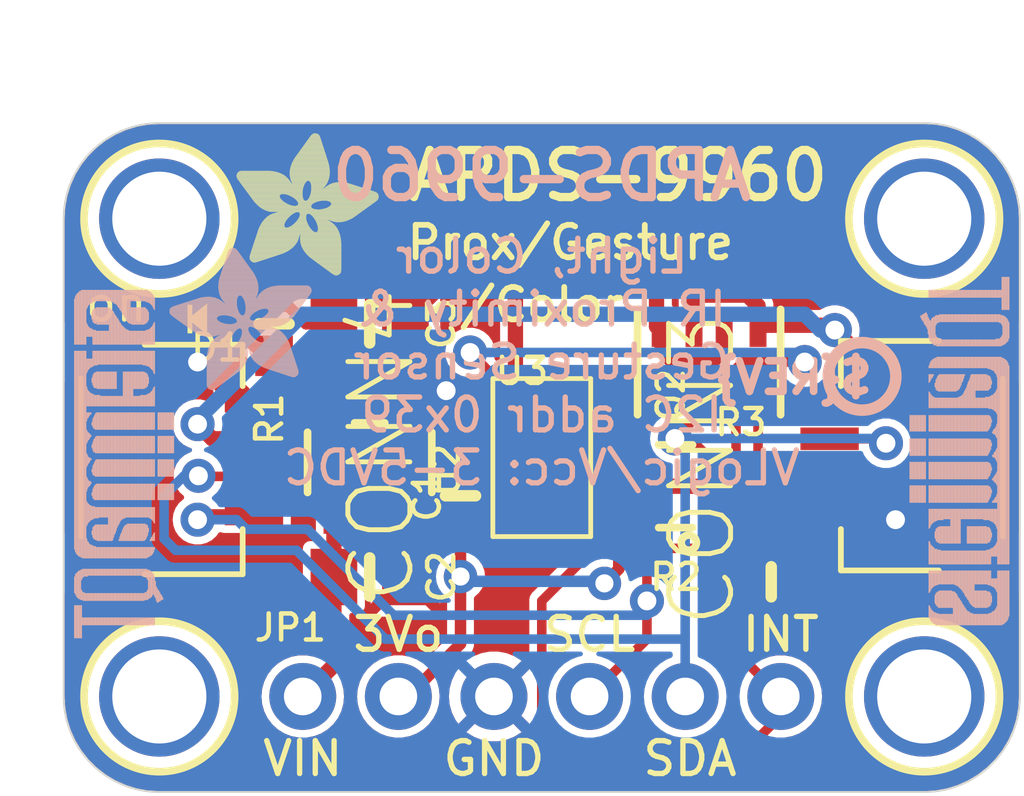
<source format=kicad_pcb>
(kicad_pcb (version 20221018) (generator pcbnew)
  (layers (0 "F.Cu" signal) (31 "B.Cu" signal) (34 "B.Paste" user) (35 "F.Paste" user) (36 "B.SilkS" user "B.Silkscreen") (37 "F.SilkS" user "F.Silkscreen") (38 "B.Mask" user) (39 "F.Mask" user) (44 "Edge.Cuts" user))
  (net 0 "")
  (net 1 "GND")
  (net 2 "SDA")
  (net 3 "SCL")
  (net 4 "SCL_3V")
  (net 5 "SDA_3V")
  (net 6 "3.3V")
  (net 7 "INT")
  (net 8 "VCC")
  (net 9 "N$1")
  (net 10 "N$2")
  (footprint "working:SOT23-5" (layer "F.Cu") (at 143.9291 105.1306)
    (fp_text reference "U2" (at 2.032 -0.562 90) (layer "F.SilkS") (effects (font (size 0.692831 0.692831) (thickness 0.119969)) (justify right)))
    (fp_text value "AP2112K-3.3")
    (pad "1" smd rect (at -0.95 1.3001) (size 0.55 1.2) (layers "F.Cu" "F.Paste" "F.Mask") (net 8 "VCC"))
    (pad "2" smd rect (at 0 1.3001) (size 0.55 1.2) (layers "F.Cu" "F.Paste" "F.Mask") (net 1 "GND"))
    (pad "3" smd rect (at 0.95 1.3001) (size 0.55 1.2) (layers "F.Cu" "F.Paste" "F.Mask") (net 8 "VCC"))
    (pad "4" smd rect (at 0.95 -1.3001) (size 0.55 1.2) (layers "F.Cu" "F.Paste" "F.Mask"))
    (pad "5" smd rect (at -0.95 -1.3001) (size 0.55 1.2) (layers "F.Cu" "F.Paste" "F.Mask") (net 6 "3.3V"))
  )
  (footprint "working:MOUNTINGHOLE_2.5_PLATED" (layer "F.Cu") (at 138.3411 111.3536)
    (fp_text reference "U$19" hide)
    (fp_text value "MOUNTINGHOLE2.5" hide)
    (pad "P$1" thru_hole circle (at 0 0) (size 3.2 3.2) (drill 2.5) (layers "*.Cu" "*.Mask"))
    (zone (net 0) (net_name "") (layer "F.Cu") (connect_pads (clearance 0)) (min_thickness 0.25)
      (keepout (tracks not_allowed) (vias not_allowed) (pads not_allowed) (copperpour not_allowed) (footprints allowed))
      (fill (thermal_gap 0.5) (thermal_bridge_width 0.5))
      (polygon (pts (xy 140.3571 111.3536) (xy 140.33748 111.073027) (xy 140.279004 110.797915) (xy 140.182808 110.533619) (xy 140.050765 110.285283) (xy 139.885446 110.05774) (xy 139.690067 109.85542) (xy 139.468433 109.68226) (xy 139.224856 109.541631) (xy 138.964078 109.43627) (xy 138.691175 109.368228) (xy 138.411457 109.338828) (xy 138.130371 109.348644) (xy 137.853385 109.397484) (xy 137.585893 109.484397) (xy 137.3331 109.607693) (xy 137.099926 109.76497) (xy 136.890911 109.953169) (xy 136.710122 110.168625) (xy 136.561078 110.407145) (xy 136.44668 110.664087) (xy 136.369154 110.93445) (xy 136.330011 111.212971) (xy 136.330011 111.494229) (xy 136.369154 111.77275) (xy 136.44668 112.043113) (xy 136.561078 112.300055) (xy 136.710122 112.538575) (xy 136.890911 112.754031) (xy 137.099926 112.94223) (xy 137.3331 113.099507) (xy 137.585893 113.222803) (xy 137.853385 113.309716) (xy 138.130371 113.358556) (xy 138.411457 113.368372) (xy 138.691175 113.338972) (xy 138.964078 113.27093) (xy 139.224856 113.165569) (xy 139.468433 113.02494) (xy 139.690067 112.85178) (xy 139.885446 112.64946) (xy 140.050765 112.421917) (xy 140.182808 112.173581) (xy 140.279004 111.909285) (xy 140.33748 111.634173)))
      (polygon (pts (xy 138.3251 111.3536) (xy 138.329786 111.364914) (xy 138.3411 111.3696) (xy 138.352414 111.364914) (xy 138.3571 111.3536) (xy 138.352414 111.342286) (xy 138.3411 111.3376) (xy 138.329786 111.342286)))
    )
    (zone (net 0) (net_name "") (layer "B.Cu") (connect_pads (clearance 0)) (min_thickness 0.25)
      (keepout (tracks not_allowed) (vias not_allowed) (pads not_allowed) (copperpour not_allowed) (footprints allowed))
      (fill (thermal_gap 0.5) (thermal_bridge_width 0.5))
      (polygon (pts (xy 140.3571 111.3536) (xy 140.33748 111.073027) (xy 140.279004 110.797915) (xy 140.182808 110.533619) (xy 140.050765 110.285283) (xy 139.885446 110.05774) (xy 139.690067 109.85542) (xy 139.468433 109.68226) (xy 139.224856 109.541631) (xy 138.964078 109.43627) (xy 138.691175 109.368228) (xy 138.411457 109.338828) (xy 138.130371 109.348644) (xy 137.853385 109.397484) (xy 137.585893 109.484397) (xy 137.3331 109.607693) (xy 137.099926 109.76497) (xy 136.890911 109.953169) (xy 136.710122 110.168625) (xy 136.561078 110.407145) (xy 136.44668 110.664087) (xy 136.369154 110.93445) (xy 136.330011 111.212971) (xy 136.330011 111.494229) (xy 136.369154 111.77275) (xy 136.44668 112.043113) (xy 136.561078 112.300055) (xy 136.710122 112.538575) (xy 136.890911 112.754031) (xy 137.099926 112.94223) (xy 137.3331 113.099507) (xy 137.585893 113.222803) (xy 137.853385 113.309716) (xy 138.130371 113.358556) (xy 138.411457 113.368372) (xy 138.691175 113.338972) (xy 138.964078 113.27093) (xy 139.224856 113.165569) (xy 139.468433 113.02494) (xy 139.690067 112.85178) (xy 139.885446 112.64946) (xy 140.050765 112.421917) (xy 140.182808 112.173581) (xy 140.279004 111.909285) (xy 140.33748 111.634173)))
      (polygon (pts (xy 138.3251 111.3536) (xy 138.329786 111.364914) (xy 138.3411 111.3696) (xy 138.352414 111.364914) (xy 138.3571 111.3536) (xy 138.352414 111.342286) (xy 138.3411 111.3376) (xy 138.329786 111.342286)))
    )
  )
  (footprint "working:0805-NO" (layer "F.Cu") (at 143.9291 101.4476)
    (fp_text reference "C3" (at 1.905 -0.762 90) (layer "F.SilkS") (effects (font (size 0.692831 0.692831) (thickness 0.119969)) (justify right)))
    (fp_text value "10uF")
    (pad "1" smd rect (at -0.95 0) (size 1.24 1.5) (layers "F.Cu" "F.Paste" "F.Mask") (net 6 "3.3V"))
    (pad "2" smd rect (at 0.95 0) (size 1.24 1.5) (layers "F.Cu" "F.Paste" "F.Mask") (net 1 "GND"))
  )
  (footprint "working:0603-NO" (layer "F.Cu") (at 141.3891 101.4476 -90)
    (fp_text reference "R1" (at 1.778 0.127 90) (layer "F.SilkS") (effects (font (size 0.692831 0.692831) (thickness 0.119969)) (justify right)))
    (fp_text value "10K")
    (pad "1" smd rect (at -0.85 0 270) (size 1.075 1) (layers "F.Cu" "F.Paste" "F.Mask") (net 6 "3.3V"))
    (pad "2" smd rect (at 0.85 0 270) (size 1.075 1) (layers "F.Cu" "F.Paste" "F.Mask") (net 9 "N$1"))
  )
  (footprint "working:APDS-9960" (layer "F.Cu") (at 148.5011 105.0036)
    (fp_text reference "U3" (at -1.3 -2.3) (layer "F.SilkS") (effects (font (size 0.692831 0.692831) (thickness 0.119969)) (justify left)))
    (fp_text value "APDS-9960")
    (pad "1" smd rect (at 0.7 -1.505) (size 0.6 0.72) (layers "F.Cu" "F.Paste" "F.Mask") (net 5 "SDA_3V"))
    (pad "2" smd rect (at 0.7 -0.505) (size 0.6 0.72) (layers "F.Cu" "F.Paste" "F.Mask") (net 7 "INT"))
    (pad "3" smd rect (at 0.7 0.495) (size 0.6 0.72) (layers "F.Cu" "F.Paste" "F.Mask") (net 10 "N$2"))
    (pad "4" smd rect (at 0.7 1.495) (size 0.6 0.72) (layers "F.Cu" "F.Paste" "F.Mask") (net 10 "N$2"))
    (pad "5" smd rect (at -0.7 1.495) (size 0.6 0.72) (layers "F.Cu" "F.Paste" "F.Mask") (net 6 "3.3V"))
    (pad "6" smd rect (at -0.7 0.495) (size 0.6 0.72) (layers "F.Cu" "F.Paste" "F.Mask") (net 1 "GND"))
    (pad "7" smd rect (at -0.7 -0.505) (size 0.6 0.72) (layers "F.Cu" "F.Paste" "F.Mask") (net 4 "SCL_3V"))
    (pad "8" smd rect (at -0.7 -1.505) (size 0.6 0.72) (layers "F.Cu" "F.Paste" "F.Mask") (net 6 "3.3V"))
  )
  (footprint "working:MOUNTINGHOLE_2.5_PLATED" (layer "F.Cu") (at 158.6611 98.6536)
    (fp_text reference "U$17" hide)
    (fp_text value "MOUNTINGHOLE2.5" hide)
    (pad "P$1" thru_hole circle (at 0 0) (size 3.2 3.2) (drill 2.5) (layers "*.Cu" "*.Mask"))
    (zone (net 0) (net_name "") (layer "F.Cu") (connect_pads (clearance 0)) (min_thickness 0.25)
      (keepout (tracks not_allowed) (vias not_allowed) (pads not_allowed) (copperpour not_allowed) (footprints allowed))
      (fill (thermal_gap 0.5) (thermal_bridge_width 0.5))
      (polygon (pts (xy 160.6771 98.6536) (xy 160.65748 98.373027) (xy 160.599004 98.097915) (xy 160.502808 97.833619) (xy 160.370765 97.585283) (xy 160.205446 97.35774) (xy 160.010067 97.15542) (xy 159.788433 96.98226) (xy 159.544856 96.841631) (xy 159.284078 96.73627) (xy 159.011175 96.668228) (xy 158.731457 96.638828) (xy 158.450371 96.648644) (xy 158.173385 96.697484) (xy 157.905893 96.784397) (xy 157.6531 96.907693) (xy 157.419926 97.06497) (xy 157.210911 97.253169) (xy 157.030122 97.468625) (xy 156.881078 97.707145) (xy 156.76668 97.964087) (xy 156.689154 98.23445) (xy 156.650011 98.512971) (xy 156.650011 98.794229) (xy 156.689154 99.07275) (xy 156.76668 99.343113) (xy 156.881078 99.600055) (xy 157.030122 99.838575) (xy 157.210911 100.054031) (xy 157.419926 100.24223) (xy 157.6531 100.399507) (xy 157.905893 100.522803) (xy 158.173385 100.609716) (xy 158.450371 100.658556) (xy 158.731457 100.668372) (xy 159.011175 100.638972) (xy 159.284078 100.57093) (xy 159.544856 100.465569) (xy 159.788433 100.32494) (xy 160.010067 100.15178) (xy 160.205446 99.94946) (xy 160.370765 99.721917) (xy 160.502808 99.473581) (xy 160.599004 99.209285) (xy 160.65748 98.934173)))
      (polygon (pts (xy 158.6451 98.6536) (xy 158.649786 98.664914) (xy 158.6611 98.6696) (xy 158.672414 98.664914) (xy 158.6771 98.6536) (xy 158.672414 98.642286) (xy 158.6611 98.6376) (xy 158.649786 98.642286)))
    )
    (zone (net 0) (net_name "") (layer "B.Cu") (connect_pads (clearance 0)) (min_thickness 0.25)
      (keepout (tracks not_allowed) (vias not_allowed) (pads not_allowed) (copperpour not_allowed) (footprints allowed))
      (fill (thermal_gap 0.5) (thermal_bridge_width 0.5))
      (polygon (pts (xy 160.6771 98.6536) (xy 160.65748 98.373027) (xy 160.599004 98.097915) (xy 160.502808 97.833619) (xy 160.370765 97.585283) (xy 160.205446 97.35774) (xy 160.010067 97.15542) (xy 159.788433 96.98226) (xy 159.544856 96.841631) (xy 159.284078 96.73627) (xy 159.011175 96.668228) (xy 158.731457 96.638828) (xy 158.450371 96.648644) (xy 158.173385 96.697484) (xy 157.905893 96.784397) (xy 157.6531 96.907693) (xy 157.419926 97.06497) (xy 157.210911 97.253169) (xy 157.030122 97.468625) (xy 156.881078 97.707145) (xy 156.76668 97.964087) (xy 156.689154 98.23445) (xy 156.650011 98.512971) (xy 156.650011 98.794229) (xy 156.689154 99.07275) (xy 156.76668 99.343113) (xy 156.881078 99.600055) (xy 157.030122 99.838575) (xy 157.210911 100.054031) (xy 157.419926 100.24223) (xy 157.6531 100.399507) (xy 157.905893 100.522803) (xy 158.173385 100.609716) (xy 158.450371 100.658556) (xy 158.731457 100.668372) (xy 159.011175 100.638972) (xy 159.284078 100.57093) (xy 159.544856 100.465569) (xy 159.788433 100.32494) (xy 160.010067 100.15178) (xy 160.205446 99.94946) (xy 160.370765 99.721917) (xy 160.502808 99.473581) (xy 160.599004 99.209285) (xy 160.65748 98.934173)))
      (polygon (pts (xy 158.6451 98.6536) (xy 158.649786 98.664914) (xy 158.6611 98.6696) (xy 158.672414 98.664914) (xy 158.6771 98.6536) (xy 158.672414 98.642286) (xy 158.6611 98.6376) (xy 158.649786 98.642286)))
    )
  )
  (footprint "working:CHIPLED_0603_NOOUTLINE" (layer "F.Cu") (at 139.3571 101.3206 90)
    (fp_text reference "D1" (at -0.762 1.27) (layer "F.SilkS") (effects (font (size 0.692831 0.692831) (thickness 0.119969)) (justify right)))
    (fp_text value "GREEN")
    (pad "A" smd rect (at 0 0.75 90) (size 0.8 0.8) (layers "F.Cu" "F.Paste" "F.Mask") (net 9 "N$1"))
    (pad "C" smd rect (at 0 -0.75 90) (size 0.8 0.8) (layers "F.Cu" "F.Paste" "F.Mask") (net 1 "GND"))
  )
  (footprint "working:0603-NO" (layer "F.Cu") (at 154.5971 108.3056 180)
    (fp_text reference "R2" (at 1.778 0.127) (layer "F.SilkS") (effects (font (size 0.692831 0.692831) (thickness 0.119969)) (justify right)))
    (fp_text value "10K")
    (pad "1" smd rect (at -0.85 0 180) (size 1.075 1) (layers "F.Cu" "F.Paste" "F.Mask") (net 8 "VCC"))
    (pad "2" smd rect (at 0.85 0 180) (size 1.075 1) (layers "F.Cu" "F.Paste" "F.Mask") (net 7 "INT"))
  )
  (footprint "working:ADAFRUIT_3.5MM" (layer "F.Cu") (at 140.3731 100.1776)
    (fp_text reference "U$22" hide)
    (fp_text value "" hide)
  )
  (footprint "working:FIDUCIAL_1MM" (layer "F.Cu") (at 155.3591 99.9236)
    (fp_text reference "FID4" hide)
    (fp_text value "FIDUCIAL_1MM" hide)
    (pad "1" smd roundrect (at 0 0) (size 1 1) (layers "F.Cu" "F.Mask") (roundrect_rratio 0.5))
  )
  (footprint "working:JST_SH4" (layer "F.Cu") (at 138.3411 105.0036 -90)
    (fp_text reference "CONN4" (at -4.6 -5.9 90) (layer "F.SilkS") (effects (font (size 1.647139 1.647139) (thickness 0.130861)) (justify right)))
    (fp_text value "STEMMA_I2C_QT" hide)
    (pad "1" smd rect (at -1.5 -2.514) (size 1.55 0.6) (layers "F.Cu" "F.Paste" "F.Mask") (net 1 "GND"))
    (pad "2" smd rect (at -0.5 -2.514) (size 1.55 0.6) (layers "F.Cu" "F.Paste" "F.Mask") (net 8 "VCC"))
    (pad "3" smd rect (at 0.5 -2.514) (size 1.55 0.6) (layers "F.Cu" "F.Paste" "F.Mask") (net 2 "SDA"))
    (pad "4" smd rect (at 1.5 -2.514) (size 1.55 0.6) (layers "F.Cu" "F.Paste" "F.Mask") (net 3 "SCL"))
    (pad "MT1" smd rect (at -2.8 1.386) (size 1.8 1.2) (layers "F.Cu" "F.Paste" "F.Mask"))
    (pad "MT2" smd rect (at 2.8 1.386) (size 1.8 1.2) (layers "F.Cu" "F.Paste" "F.Mask"))
  )
  (footprint "working:MOUNTINGHOLE_2.5_PLATED" (layer "F.Cu") (at 138.3411 98.6536)
    (fp_text reference "U$1" hide)
    (fp_text value "MOUNTINGHOLE2.5" hide)
    (pad "P$1" thru_hole circle (at 0 0) (size 3.2 3.2) (drill 2.5) (layers "*.Cu" "*.Mask"))
    (zone (net 0) (net_name "") (layer "F.Cu") (connect_pads (clearance 0)) (min_thickness 0.25)
      (keepout (tracks not_allowed) (vias not_allowed) (pads not_allowed) (copperpour not_allowed) (footprints allowed))
      (fill (thermal_gap 0.5) (thermal_bridge_width 0.5))
      (polygon (pts (xy 140.3571 98.6536) (xy 140.33748 98.373027) (xy 140.279004 98.097915) (xy 140.182808 97.833619) (xy 140.050765 97.585283) (xy 139.885446 97.35774) (xy 139.690067 97.15542) (xy 139.468433 96.98226) (xy 139.224856 96.841631) (xy 138.964078 96.73627) (xy 138.691175 96.668228) (xy 138.411457 96.638828) (xy 138.130371 96.648644) (xy 137.853385 96.697484) (xy 137.585893 96.784397) (xy 137.3331 96.907693) (xy 137.099926 97.06497) (xy 136.890911 97.253169) (xy 136.710122 97.468625) (xy 136.561078 97.707145) (xy 136.44668 97.964087) (xy 136.369154 98.23445) (xy 136.330011 98.512971) (xy 136.330011 98.794229) (xy 136.369154 99.07275) (xy 136.44668 99.343113) (xy 136.561078 99.600055) (xy 136.710122 99.838575) (xy 136.890911 100.054031) (xy 137.099926 100.24223) (xy 137.3331 100.399507) (xy 137.585893 100.522803) (xy 137.853385 100.609716) (xy 138.130371 100.658556) (xy 138.411457 100.668372) (xy 138.691175 100.638972) (xy 138.964078 100.57093) (xy 139.224856 100.465569) (xy 139.468433 100.32494) (xy 139.690067 100.15178) (xy 139.885446 99.94946) (xy 140.050765 99.721917) (xy 140.182808 99.473581) (xy 140.279004 99.209285) (xy 140.33748 98.934173)))
      (polygon (pts (xy 138.3251 98.6536) (xy 138.329786 98.664914) (xy 138.3411 98.6696) (xy 138.352414 98.664914) (xy 138.3571 98.6536) (xy 138.352414 98.642286) (xy 138.3411 98.6376) (xy 138.329786 98.642286)))
    )
    (zone (net 0) (net_name "") (layer "B.Cu") (connect_pads (clearance 0)) (min_thickness 0.25)
      (keepout (tracks not_allowed) (vias not_allowed) (pads not_allowed) (copperpour not_allowed) (footprints allowed))
      (fill (thermal_gap 0.5) (thermal_bridge_width 0.5))
      (polygon (pts (xy 140.3571 98.6536) (xy 140.33748 98.373027) (xy 140.279004 98.097915) (xy 140.182808 97.833619) (xy 140.050765 97.585283) (xy 139.885446 97.35774) (xy 139.690067 97.15542) (xy 139.468433 96.98226) (xy 139.224856 96.841631) (xy 138.964078 96.73627) (xy 138.691175 96.668228) (xy 138.411457 96.638828) (xy 138.130371 96.648644) (xy 137.853385 96.697484) (xy 137.585893 96.784397) (xy 137.3331 96.907693) (xy 137.099926 97.06497) (xy 136.890911 97.253169) (xy 136.710122 97.468625) (xy 136.561078 97.707145) (xy 136.44668 97.964087) (xy 136.369154 98.23445) (xy 136.330011 98.512971) (xy 136.330011 98.794229) (xy 136.369154 99.07275) (xy 136.44668 99.343113) (xy 136.561078 99.600055) (xy 136.710122 99.838575) (xy 136.890911 100.054031) (xy 137.099926 100.24223) (xy 137.3331 100.399507) (xy 137.585893 100.522803) (xy 137.853385 100.609716) (xy 138.130371 100.658556) (xy 138.411457 100.668372) (xy 138.691175 100.638972) (xy 138.964078 100.57093) (xy 139.224856 100.465569) (xy 139.468433 100.32494) (xy 139.690067 100.15178) (xy 139.885446 99.94946) (xy 140.050765 99.721917) (xy 140.182808 99.473581) (xy 140.279004 99.209285) (xy 140.33748 98.934173)))
      (polygon (pts (xy 138.3251 98.6536) (xy 138.329786 98.664914) (xy 138.3411 98.6696) (xy 138.352414 98.664914) (xy 138.3571 98.6536) (xy 138.352414 98.642286) (xy 138.3411 98.6376) (xy 138.329786 98.642286)))
    )
  )
  (footprint "working:1X06_ROUND_70" (layer "F.Cu") (at 148.5011 111.3536)
    (fp_text reference "JP1" (at -7.6962 -1.8288) (layer "F.SilkS") (effects (font (size 0.692831 0.692831) (thickness 0.119969)) (justify left)))
    (fp_text value "")
    (pad "1" thru_hole circle (at -6.35 0 90) (size 1.778 1.778) (drill 1) (layers "*.Cu" "*.Mask") (net 8 "VCC"))
    (pad "2" thru_hole circle (at -3.81 0 90) (size 1.778 1.778) (drill 1) (layers "*.Cu" "*.Mask") (net 6 "3.3V"))
    (pad "3" thru_hole circle (at -1.27 0 90) (size 1.778 1.778) (drill 1) (layers "*.Cu" "*.Mask") (net 1 "GND"))
    (pad "4" thru_hole circle (at 1.27 0 90) (size 1.778 1.778) (drill 1) (layers "*.Cu" "*.Mask") (net 3 "SCL"))
    (pad "5" thru_hole circle (at 3.81 0 90) (size 1.778 1.778) (drill 1) (layers "*.Cu" "*.Mask") (net 2 "SDA"))
    (pad "6" thru_hole circle (at 6.35 0 90) (size 1.778 1.778) (drill 1) (layers "*.Cu" "*.Mask") (net 7 "INT"))
  )
  (footprint "working:SOT363" (layer "F.Cu") (at 152.0571 105.7656 90)
    (fp_text reference "Q2" (at 1.651 -0.127 90) (layer "F.SilkS") (effects (font (size 0.692831 0.692831) (thickness 0.119969)) (justify left)))
    (fp_text value "BSS138")
    (pad "1" smd rect (at -0.75 0.9 90) (size 0.5 0.5) (layers "F.Cu" "F.Paste" "F.Mask") (net 4 "SCL_3V"))
    (pad "2" smd rect (at 0 0.9 90) (size 0.4 0.5) (layers "F.Cu" "F.Paste" "F.Mask") (net 6 "3.3V"))
    (pad "3" smd rect (at 0.75 0.9 90) (size 0.5 0.5) (layers "F.Cu" "F.Paste" "F.Mask") (net 2 "SDA"))
    (pad "4" smd rect (at 0.75 -0.9 90) (size 0.5 0.5) (layers "F.Cu" "F.Paste" "F.Mask") (net 5 "SDA_3V"))
    (pad "5" smd rect (at 0 -0.9 90) (size 0.4 0.5) (layers "F.Cu" "F.Paste" "F.Mask") (net 6 "3.3V"))
    (pad "6" smd rect (at -0.75 -0.9 90) (size 0.5 0.5) (layers "F.Cu" "F.Paste" "F.Mask") (net 3 "SCL"))
  )
  (footprint "working:JST_SH4" (layer "F.Cu") (at 158.6611 105.0036 90)
    (fp_text reference "CONN3" (at -4.6 -5.9 90) (layer "F.SilkS") (effects (font (size 1.647139 1.647139) (thickness 0.130861)) (justify left)))
    (fp_text value "STEMMA_I2C_QT" hide)
    (pad "1" smd rect (at -1.5 -2.514 180) (size 1.55 0.6) (layers "F.Cu" "F.Paste" "F.Mask") (net 1 "GND"))
    (pad "2" smd rect (at -0.5 -2.514 180) (size 1.55 0.6) (layers "F.Cu" "F.Paste" "F.Mask") (net 8 "VCC"))
    (pad "3" smd rect (at 0.5 -2.514 180) (size 1.55 0.6) (layers "F.Cu" "F.Paste" "F.Mask") (net 2 "SDA"))
    (pad "4" smd rect (at 1.5 -2.514 180) (size 1.55 0.6) (layers "F.Cu" "F.Paste" "F.Mask") (net 3 "SCL"))
    (pad "MT1" smd rect (at -2.8 1.386 180) (size 1.8 1.2) (layers "F.Cu" "F.Paste" "F.Mask"))
    (pad "MT2" smd rect (at 2.8 1.386 180) (size 1.8 1.2) (layers "F.Cu" "F.Paste" "F.Mask"))
  )
  (footprint "working:0805-NO" (layer "F.Cu") (at 143.9291 108.1786)
    (fp_text reference "C2" (at 1.905 -0.762 90) (layer "F.SilkS") (effects (font (size 0.692831 0.692831) (thickness 0.119969)) (justify right)))
    (fp_text value "10uF")
    (pad "1" smd rect (at -0.95 0) (size 1.24 1.5) (layers "F.Cu" "F.Paste" "F.Mask") (net 8 "VCC"))
    (pad "2" smd rect (at 0.95 0) (size 1.24 1.5) (layers "F.Cu" "F.Paste" "F.Mask") (net 1 "GND"))
  )
  (footprint "working:RESPACK_4X0603" (layer "F.Cu") (at 152.9461 102.4636 180)
    (fp_text reference "R3" (at -1.6 -1.6) (layer "F.SilkS") (effects (font (size 0.692831 0.692831) (thickness 0.119969)) (justify right)))
    (fp_text value "10K")
    (pad "1" smd rect (at -1.3 0.85 180) (size 0.45 0.9) (layers "F.Cu" "F.Paste" "F.Mask") (net 8 "VCC"))
    (pad "2" smd rect (at -0.4 0.85 180) (size 0.45 0.9) (layers "F.Cu" "F.Paste" "F.Mask") (net 6 "3.3V"))
    (pad "3" smd rect (at 0.4 0.85 180) (size 0.45 0.9) (layers "F.Cu" "F.Paste" "F.Mask") (net 8 "VCC"))
    (pad "4" smd rect (at 1.3 0.85 180) (size 0.45 0.9) (layers "F.Cu" "F.Paste" "F.Mask") (net 6 "3.3V"))
    (pad "5" smd rect (at 1.3 -0.85 180) (size 0.45 0.9) (layers "F.Cu" "F.Paste" "F.Mask") (net 5 "SDA_3V"))
    (pad "6" smd rect (at 0.4 -0.85 180) (size 0.45 0.9) (layers "F.Cu" "F.Paste" "F.Mask") (net 2 "SDA"))
    (pad "7" smd rect (at -0.4 -0.85 180) (size 0.45 0.9) (layers "F.Cu" "F.Paste" "F.Mask") (net 4 "SCL_3V"))
    (pad "8" smd rect (at -1.3 -0.85 180) (size 0.45 0.9) (layers "F.Cu" "F.Paste" "F.Mask") (net 3 "SCL"))
  )
  (footprint "working:0603-NO" (layer "F.Cu") (at 146.3421 106.0196 90)
    (fp_text reference "C1" (at -0.762 -0.889 90) (layer "F.SilkS") (effects (font (size 0.692831 0.692831) (thickness 0.119969)) (justify left)))
    (fp_text value "0.1uF")
    (pad "1" smd rect (at -0.85 0 90) (size 1.075 1) (layers "F.Cu" "F.Paste" "F.Mask") (net 6 "3.3V"))
    (pad "2" smd rect (at 0.85 0 90) (size 1.075 1) (layers "F.Cu" "F.Paste" "F.Mask") (net 1 "GND"))
  )
  (footprint "working:MOUNTINGHOLE_2.5_PLATED" (layer "F.Cu") (at 158.6611 111.3536)
    (fp_text reference "U$21" hide)
    (fp_text value "MOUNTINGHOLE2.5" hide)
    (pad "P$1" thru_hole circle (at 0 0) (size 3.2 3.2) (drill 2.5) (layers "*.Cu" "*.Mask"))
    (zone (net 0) (net_name "") (layer "F.Cu") (connect_pads (clearance 0)) (min_thickness 0.25)
      (keepout (tracks not_allowed) (vias not_allowed) (pads not_allowed) (copperpour not_allowed) (footprints allowed))
      (fill (thermal_gap 0.5) (thermal_bridge_width 0.5))
      (polygon (pts (xy 160.6771 111.3536) (xy 160.65748 111.073027) (xy 160.599004 110.797915) (xy 160.502808 110.533619) (xy 160.370765 110.285283) (xy 160.205446 110.05774) (xy 160.010067 109.85542) (xy 159.788433 109.68226) (xy 159.544856 109.541631) (xy 159.284078 109.43627) (xy 159.011175 109.368228) (xy 158.731457 109.338828) (xy 158.450371 109.348644) (xy 158.173385 109.397484) (xy 157.905893 109.484397) (xy 157.6531 109.607693) (xy 157.419926 109.76497) (xy 157.210911 109.953169) (xy 157.030122 110.168625) (xy 156.881078 110.407145) (xy 156.76668 110.664087) (xy 156.689154 110.93445) (xy 156.650011 111.212971) (xy 156.650011 111.494229) (xy 156.689154 111.77275) (xy 156.76668 112.043113) (xy 156.881078 112.300055) (xy 157.030122 112.538575) (xy 157.210911 112.754031) (xy 157.419926 112.94223) (xy 157.6531 113.099507) (xy 157.905893 113.222803) (xy 158.173385 113.309716) (xy 158.450371 113.358556) (xy 158.731457 113.368372) (xy 159.011175 113.338972) (xy 159.284078 113.27093) (xy 159.544856 113.165569) (xy 159.788433 113.02494) (xy 160.010067 112.85178) (xy 160.205446 112.64946) (xy 160.370765 112.421917) (xy 160.502808 112.173581) (xy 160.599004 111.909285) (xy 160.65748 111.634173)))
      (polygon (pts (xy 158.6451 111.3536) (xy 158.649786 111.364914) (xy 158.6611 111.3696) (xy 158.672414 111.364914) (xy 158.6771 111.3536) (xy 158.672414 111.342286) (xy 158.6611 111.3376) (xy 158.649786 111.342286)))
    )
    (zone (net 0) (net_name "") (layer "B.Cu") (connect_pads (clearance 0)) (min_thickness 0.25)
      (keepout (tracks not_allowed) (vias not_allowed) (pads not_allowed) (copperpour not_allowed) (footprints allowed))
      (fill (thermal_gap 0.5) (thermal_bridge_width 0.5))
      (polygon (pts (xy 160.6771 111.3536) (xy 160.65748 111.073027) (xy 160.599004 110.797915) (xy 160.502808 110.533619) (xy 160.370765 110.285283) (xy 160.205446 110.05774) (xy 160.010067 109.85542) (xy 159.788433 109.68226) (xy 159.544856 109.541631) (xy 159.284078 109.43627) (xy 159.011175 109.368228) (xy 158.731457 109.338828) (xy 158.450371 109.348644) (xy 158.173385 109.397484) (xy 157.905893 109.484397) (xy 157.6531 109.607693) (xy 157.419926 109.76497) (xy 157.210911 109.953169) (xy 157.030122 110.168625) (xy 156.881078 110.407145) (xy 156.76668 110.664087) (xy 156.689154 110.93445) (xy 156.650011 111.212971) (xy 156.650011 111.494229) (xy 156.689154 111.77275) (xy 156.76668 112.043113) (xy 156.881078 112.300055) (xy 157.030122 112.538575) (xy 157.210911 112.754031) (xy 157.419926 112.94223) (xy 157.6531 113.099507) (xy 157.905893 113.222803) (xy 158.173385 113.309716) (xy 158.450371 113.358556) (xy 158.731457 113.368372) (xy 159.011175 113.338972) (xy 159.284078 113.27093) (xy 159.544856 113.165569) (xy 159.788433 113.02494) (xy 160.010067 112.85178) (xy 160.205446 112.64946) (xy 160.370765 112.421917) (xy 160.502808 112.173581) (xy 160.599004 111.909285) (xy 160.65748 111.634173)))
      (polygon (pts (xy 158.6451 111.3536) (xy 158.649786 111.364914) (xy 158.6611 111.3696) (xy 158.672414 111.364914) (xy 158.6771 111.3536) (xy 158.672414 111.342286) (xy 158.6611 111.3376) (xy 158.649786 111.342286)))
    )
  )
  (footprint "working:FIDUCIAL_1MM" (layer "F.Cu") (at 141.3891 109.4486)
    (fp_text reference "FID3" hide)
    (fp_text value "FIDUCIAL_1MM" hide)
    (pad "1" smd roundrect (at 0 0) (size 1 1) (layers "F.Cu" "F.Mask") (roundrect_rratio 0.5))
  )
  (footprint "working:STEMMAQT" (layer "B.Cu") (at 138.7221 100.5586 -90)
    (fp_text reference "U$31" hide)
    (fp_text value "" hide)
  )
  (footprint "working:STEMMAQT" (layer "B.Cu") (at 158.2801 109.4486 90)
    (fp_text reference "U$30" hide)
    (fp_text value "" hide)
  )
  (footprint "working:ADAFRUIT_3.5MM" (layer "B.Cu") (at 142.4051 103.2256 180)
    (fp_text reference "U$2" hide)
    (fp_text value "" hide)
  )
  (footprint "working:PCBFEAT-REV-040" (layer "B.Cu") (at 157.0101 102.8446 180)
    (fp_text reference "U$25" hide)
    (fp_text value "" hide)
    (fp_text user "${REV}" (at -0.3556 -0.508) (layer "B.SilkS") (effects (font (size 0.8128 0.8128) (thickness 0.2032)) (justify left bottom mirror)))
  )
  (gr_line (start 135.8011 98.6536) (end 135.8011 111.3536) (stroke (width 0.05)) (layer "Edge.Cuts"))
  (gr_line (start 138.3411 113.8936) (end 158.6611 113.8936) (stroke (width 0.05)) (layer "Edge.Cuts"))
  (gr_arc (start 161.2011 111.3536) (mid 160.457151 113.149651) (end 158.6611 113.8936) (stroke (width 0.05)) (layer "Edge.Cuts"))
  (gr_line (start 161.2011 111.3536) (end 161.2011 98.6536) (stroke (width 0.05)) (layer "Edge.Cuts"))
  (gr_arc (start 135.8011 98.6536) (mid 136.545049 96.857549) (end 138.3411 96.1136) (stroke (width 0.05)) (layer "Edge.Cuts"))
  (gr_arc (start 138.3411 113.8936) (mid 136.545049 113.149651) (end 135.8011 111.3536) (stroke (width 0.05)) (layer "Edge.Cuts"))
  (gr_line (start 158.6611 96.1136) (end 138.3411 96.1136) (stroke (width 0.05)) (layer "Edge.Cuts"))
  (gr_arc (start 158.6611 96.1136) (mid 160.457151 96.857549) (end 161.2011 98.6536) (stroke (width 0.05)) (layer "Edge.Cuts"))
  (gr_text "Light, Color\nIR Proximity &\nGesture Sensor\nI2C addr 0x39\nVLogic/Vcc: 3-5VDC" (at 148.5011 102.4636) (layer "B.SilkS") (effects (font (size 0.87376 0.87376) (thickness 0.14224)) (justify mirror)))
  (gr_text "APDS-9960" (at 148.5011 97.5106) (layer "B.SilkS") (effects (font (size 1.25222 1.25222) (thickness 0.22098)) (justify mirror)))
  (gr_text "VIN" (at 142.1511 113.0046) (layer "F.SilkS") (effects (font (size 0.87376 0.87376) (thickness 0.14224))))
  (gr_text "on" (at 136.3091 101.4476) (layer "F.SilkS") (effects (font (size 0.89408 0.89408) (thickness 0.12192)) (justify left bottom)))
  (gr_text "SDA" (at 152.4381 113.0046) (layer "F.SilkS") (effects (font (size 0.87376 0.87376) (thickness 0.14224))))
  (gr_text "/Color" (at 148.5011 100.9396) (layer "F.SilkS") (effects (font (size 0.8636 0.8636) (thickness 0.1524))))
  (gr_text "INT" (at 154.8511 109.7026) (layer "F.SilkS") (effects (font (size 0.87376 0.87376) (thickness 0.14224))))
  (gr_text "Prox/Gesture" (at 149.2631 99.2886) (layer "F.SilkS") (effects (font (size 0.8636 0.8636) (thickness 0.1524))))
  (gr_text "APDS-9960" (at 150.5331 97.5106) (layer "F.SilkS") (effects (font (size 1.25222 1.25222) (thickness 0.22098))))
  (gr_text "SCL" (at 149.7711 109.7026) (layer "F.SilkS") (effects (font (size 0.87376 0.87376) (thickness 0.14224))))
  (gr_text "GND" (at 147.2311 113.0046) (layer "F.SilkS") (effects (font (size 0.87376 0.87376) (thickness 0.14224))))
  (gr_text "3Vo" (at 144.6911 109.7026) (layer "F.SilkS") (effects (font (size 0.87376 0.87376) (thickness 0.14224))))
  (segment (start 144.8791 108.0516) (end 143.9291 107.1016) (width 0.4064) (layer "F.Cu") (net 1))
  (segment (start 143.9291 106.4307) (end 143.9291 107.1016) (width 0.4064) (layer "F.Cu") (net 1))
  (segment (start 144.8791 108.1786) (end 144.8791 108.0516) (width 0.4064) (layer "F.Cu") (net 1))
  (segment (start 140.3971 103.5036) (end 139.3571 102.4636) (width 0.4064) (layer "F.Cu") (net 1))
  (segment (start 146.6711 105.4986) (end 146.3421 105.1696) (width 0.4064) (layer "F.Cu") (net 1))
  (segment (start 147.8011 105.4986) (end 146.6711 105.4986) (width 0.4064) (layer "F.Cu") (net 1))
  (segment (start 140.8551 103.5036) (end 140.3971 103.5036) (width 0.4064) (layer "F.Cu") (net 1))
  (via (at 157.8991 106.6546) (size 0.9064) (drill 0.5) (layers "F.Cu" "B.Cu") (net 1))
  (via (at 145.9611 103.2256) (size 0.9064) (drill 0.5) (layers "F.Cu" "B.Cu") (net 1))
  (via (at 139.3571 102.4636) (size 0.9064) (drill 0.5) (layers "F.Cu" "B.Cu") (net 1))
  (segment (start 157.5261 104.5036) (end 157.6451 104.6226) (width 0.254) (layer "F.Cu") (net 2))
  (segment (start 140.8551 105.5036) (end 139.379706 105.5036) (width 0.254) (layer "F.Cu") (net 2))
  (segment (start 152.0381 104.4956) (end 152.5461 103.9876) (width 0.254) (layer "F.Cu") (net 2))
  (segment (start 152.4371 104.4956) (end 152.0381 104.4956) (width 0.254) (layer "F.Cu") (net 2))
  (segment (start 152.5461 103.3136) (end 152.5461 103.9876) (width 0.254) (layer "F.Cu") (net 2))
  (segment (start 152.9571 105.0156) (end 152.4371 104.4956) (width 0.254) (layer "F.Cu") (net 2))
  (segment (start 139.379706 105.5036) (end 139.379706 105.488994) (width 0.254) (layer "F.Cu") (net 2))
  (segment (start 156.1471 104.5036) (end 157.5261 104.5036) (width 0.254) (layer "F.Cu") (net 2))
  (via (at 139.379706 105.488994) (size 0.9064) (drill 0.5) (layers "F.Cu" "B.Cu") (net 2))
  (via (at 152.0381 104.4956) (size 0.9064) (drill 0.5) (layers "F.Cu" "B.Cu") (net 2))
  (via (at 157.6451 104.6226) (size 0.9064) (drill 0.5) (layers "F.Cu" "B.Cu") (net 2))
  (segment (start 138.4681 106.0196) (end 138.4681 107.1626) (width 0.254) (layer "B.Cu") (net 2))
  (segment (start 152.3111 109.8296) (end 152.3111 111.3536) (width 0.254) (layer "B.Cu") (net 2))
  (segment (start 138.998706 105.488994) (end 138.4681 106.0196) (width 0.254) (layer "B.Cu") (net 2))
  (segment (start 141.983 107.4674) (end 144.3452 109.8296) (width 0.254) (layer "B.Cu") (net 2))
  (segment (start 138.7729 107.4674) (end 141.983 107.4674) (width 0.254) (layer "B.Cu") (net 2))
  (segment (start 138.4681 107.1626) (end 138.7729 107.4674) (width 0.254) (layer "B.Cu") (net 2))
  (segment (start 157.6451 104.6226) (end 157.5181 104.4956) (width 0.254) (layer "B.Cu") (net 2))
  (segment (start 157.5181 104.4956) (end 152.0381 104.4956) (width 0.254) (layer "B.Cu") (net 2))
  (segment (start 144.3452 109.8296) (end 152.3111 109.8296) (width 0.254) (layer "B.Cu") (net 2))
  (segment (start 152.0381 104.4956) (end 152.3111 104.7686) (width 0.254) (layer "B.Cu") (net 2))
  (segment (start 152.3111 104.7686) (end 152.3111 109.8296) (width 0.254) (layer "B.Cu") (net 2))
  (segment (start 139.379706 105.488994) (end 138.998706 105.488994) (width 0.254) (layer "B.Cu") (net 2))
  (segment (start 151.2841 106.6426) (end 151.2841 107.4056) (width 0.254) (layer "F.Cu") (net 3))
  (segment (start 140.8551 106.5036) (end 139.5081 106.5036) (width 0.254) (layer "F.Cu") (net 3))
  (segment (start 139.5081 106.5036) (end 139.3571 106.6546) (width 0.254) (layer "F.Cu") (net 3))
  (segment (start 151.2951 109.8296) (end 149.7711 111.3536) (width 0.254) (layer "F.Cu") (net 3))
  (segment (start 156.1471 103.5036) (end 154.4361 103.5036) (width 0.254) (layer "F.Cu") (net 3))
  (segment (start 151.2951 106.6536) (end 151.2951 108.8136) (width 0.254) (layer "F.Cu") (net 3))
  (segment (start 151.1571 106.5156) (end 151.2951 106.6536) (width 0.254) (layer "F.Cu") (net 3))
  (segment (start 153.5811 107.4166) (end 151.2951 107.4166) (width 0.254) (layer "F.Cu") (net 3))
  (segment (start 151.1571 106.5156) (end 151.2841 106.6426) (width 0.254) (layer "F.Cu") (net 3))
  (segment (start 154.4361 103.5036) (end 154.2461 103.3136) (width 0.254) (layer "F.Cu") (net 3))
  (segment (start 151.2951 108.8136) (end 151.2951 109.8296) (width 0.254) (layer "F.Cu") (net 3))
  (segment (start 154.2461 106.7516) (end 153.5811 107.4166) (width 0.254) (layer "F.Cu") (net 3))
  (segment (start 151.2951 107.4166) (end 151.2841 107.4056) (width 0.254) (layer "F.Cu") (net 3))
  (segment (start 154.2461 103.3136) (end 154.2461 106.7516) (width 0.254) (layer "F.Cu") (net 3))
  (via (at 151.2951 108.8136) (size 0.9064) (drill 0.5) (layers "F.Cu" "B.Cu") (net 3))
  (via (at 139.3571 106.6546) (size 0.9064) (drill 0.5) (layers "F.Cu" "B.Cu") (net 3))
  (segment (start 140.396262 106.6546) (end 140.650262 106.9086) (width 0.254) (layer "B.Cu") (net 3))
  (segment (start 142.2781 106.9086) (end 140.650262 106.9086) (width 0.254) (layer "B.Cu") (net 3))
  (segment (start 151.2951 109.1946) (end 144.5641 109.1946) (width 0.254) (layer "B.Cu") (net 3))
  (segment (start 139.3571 106.6546) (end 140.396262 106.6546) (width 0.254) (layer "B.Cu") (net 3))
  (segment (start 144.5641 109.1946) (end 142.2781 106.9086) (width 0.254) (layer "B.Cu") (net 3))
  (segment (start 151.2951 109.1946) (end 151.2951 108.8136) (width 0.254) (layer "B.Cu") (net 3))
  (segment (start 153.3461 103.3136) (end 153.3461 103.6256) (width 0.254) (layer "F.Cu") (net 4))
  (segment (start 146.5961 102.2096) (end 147.1041 102.7176) (width 0.254) (layer "F.Cu") (net 4))
  (segment (start 153.3461 103.3136) (end 153.3461 102.9526) (width 0.254) (layer "F.Cu") (net 4))
  (segment (start 152.9571 106.5156) (end 153.3381 106.5156) (width 0.254) (layer "F.Cu") (net 4))
  (segment (start 153.3461 102.9526) (end 153.8351 102.4636) (width 0.254) (layer "F.Cu") (net 4))
  (segment (start 153.6619 103.9414) (end 153.6619 106.1918) (width 0.254) (layer "F.Cu") (net 4))
  (segment (start 153.8351 102.4636) (end 155.4861 102.4636) (width 0.254) (layer "F.Cu") (net 4))
  (segment (start 147.1041 102.7176) (end 147.1041 103.9876) (width 0.254) (layer "F.Cu") (net 4))
  (segment (start 153.6619 106.1918) (end 153.3381 106.5156) (width 0.254) (layer "F.Cu") (net 4))
  (segment (start 147.1041 103.9876) (end 147.6151 104.4986) (width 0.254) (layer "F.Cu") (net 4))
  (segment (start 153.3461 103.6256) (end 153.6619 103.9414) (width 0.254) (layer "F.Cu") (net 4))
  (segment (start 147.6151 104.4986) (end 147.8011 104.4986) (width 0.254) (layer "F.Cu") (net 4))
  (via (at 155.4861 102.4636) (size 0.9064) (drill 0.5) (layers "F.Cu" "B.Cu") (net 4))
  (via (at 146.5961 102.2096) (size 0.9064) (drill 0.5) (layers "F.Cu" "B.Cu") (net 4))
  (segment (start 146.5961 102.2096) (end 155.2321 102.2096) (width 0.254) (layer "B.Cu") (net 4))
  (segment (start 155.2321 102.2096) (end 155.4861 102.4636) (width 0.254) (layer "B.Cu") (net 4))
  (segment (start 151.6461 103.6376) (end 151.1571 104.1266) (width 0.254) (layer "F.Cu") (net 5))
  (segment (start 151.6461 103.3136) (end 151.6461 103.6376) (width 0.254) (layer "F.Cu") (net 5))
  (segment (start 151.1571 105.0156) (end 151.1571 104.1266) (width 0.254) (layer "F.Cu") (net 5))
  (segment (start 151.5581 103.2256) (end 151.6461 103.3136) (width 0.254) (layer "F.Cu") (net 5))
  (segment (start 150.9141 103.2256) (end 149.4741 103.2256) (width 0.3048) (layer "F.Cu") (net 5))
  (segment (start 151.5581 103.2256) (end 150.9141 103.2256) (width 0.254) (layer "F.Cu") (net 5))
  (segment (start 149.4741 103.2256) (end 149.2011 103.4986) (width 0.3048) (layer "F.Cu") (net 5))
  (segment (start 148.3741 106.5276) (end 147.8301 106.5276) (width 0.3048) (layer "F.Cu") (net 6))
  (segment (start 141.3891 100.5976) (end 142.2391 101.4476) (width 0.3048) (layer "F.Cu") (net 6))
  (segment (start 147.8011 103.4986) (end 148.3931 103.4986) (width 0.3048) (layer "F.Cu") (net 6))
  (segment (start 143.1671 100.0506) (end 147.9931 100.0506) (width 0.4064) (layer "F.Cu") (net 6))
  (segment (start 147.8301 106.5276) (end 147.8011 106.4986) (width 0.3048) (layer "F.Cu") (net 6))
  (segment (start 150.5458 105.9959) (end 150.5458 107.9667) (width 0.3048) (layer "F.Cu") (net 6))
  (segment (start 144.9451 111.3536) (end 144.6911 111.3536) (width 0.3048) (layer "F.Cu") (net 6))
  (segment (start 147.8011 103.4986) (end 147.8011 100.2426) (width 0.4064) (layer "F.Cu") (net 6))
  (segment (start 151.5491 101.5166) (end 151.6461 101.6136) (width 0.4064) (layer "F.Cu") (net 6))
  (segment (start 150.7761 105.7656) (end 150.5458 105.9959) (width 0.3048) (layer "F.Cu") (net 6))
  (segment (start 151.0411 100.0506) (end 151.5491 100.5586) (width 0.4064) (layer "F.Cu") (net 6))
  (segment (start 147.9931 100.0506) (end 151.0411 100.0506) (width 0.4064) (layer "F.Cu") (net 6))
  (segment (start 151.1571 105.7656) (end 150.7761 105.7656) (width 0.3048) (layer "F.Cu") (net 6))
  (segment (start 151.9301 102.4636) (end 151.6461 102.1796) (width 0.3048) (layer "F.Cu") (net 6))
  (segment (start 150.1648 108.3477) (end 150.5458 107.9667) (width 0.3048) (layer "F.Cu") (net 6))
  (segment (start 151.5491 100.5586) (end 151.5491 101.5166) (width 0.4064) (layer "F.Cu") (net 6))
  (segment (start 151.1571 105.7656) (end 152.9571 105.7656) (width 0.4064) (layer "F.Cu") (net 6))
  (segment (start 153.3461 101.6136) (end 153.3461 102.1906) (width 0.3048) (layer "F.Cu") (net 6))
  (segment (start 151.6461 102.1796) (end 151.6461 101.6136) (width 0.3048) (layer "F.Cu") (net 6))
  (segment (start 148.5011 103.6066) (end 148.5011 106.4006) (width 0.3048) (layer "F.Cu") (net 6))
  (segment (start 146.7131 106.4986) (end 146.3421 106.8696) (width 0.3048) (layer "F.Cu") (net 6))
  (segment (start 148.3931 103.4986) (end 148.5011 103.6066) (width 0.3048) (layer "F.Cu") (net 6))
  (segment (start 146.3421 108.1659) (end 146.3421 109.9566) (width 0.3048) (layer "F.Cu") (net 6))
  (segment (start 147.8011 100.2426) (end 147.9931 100.0506) (width 0.4064) (layer "F.Cu") (net 6))
  (segment (start 146.3421 109.9566) (end 144.9451 111.3536) (width 0.3048) (layer "F.Cu") (net 6))
  (segment (start 146.3421 106.8696) (end 146.3421 108.1659) (width 0.3048) (layer "F.Cu") (net 6))
  (segment (start 142.9791 101.4476) (end 142.9791 100.2386) (width 0.4064) (layer "F.Cu") (net 6))
  (segment (start 147.8011 106.4986) (end 146.7131 106.4986) (width 0.3048) (layer "F.Cu") (net 6))
  (segment (start 142.9791 101.4476) (end 142.9791 103.8305) (width 0.3048) (layer "F.Cu") (net 6))
  (segment (start 142.2391 101.4476) (end 142.9791 101.4476) (width 0.3048) (layer "F.Cu") (net 6))
  (segment (start 148.5011 106.4006) (end 148.3741 106.5276) (width 0.3048) (layer "F.Cu") (net 6))
  (segment (start 142.9791 100.2386) (end 143.1671 100.0506) (width 0.4064) (layer "F.Cu") (net 6))
  (segment (start 153.3461 102.1906) (end 153.0731 102.4636) (width 0.3048) (layer "F.Cu") (net 6))
  (segment (start 153.0731 102.4636) (end 151.9301 102.4636) (width 0.3048) (layer "F.Cu") (net 6))
  (via (at 150.1648 108.3477) (size 0.889) (drill 0.4826) (layers "F.Cu" "B.Cu") (net 6))
  (via (at 146.3421 108.1659) (size 0.889) (drill 0.4826) (layers "F.Cu" "B.Cu") (net 6))
  (segment (start 150.1648 108.3477) (end 150.11 108.2929) (width 0.3048) (layer "B.Cu") (net 6))
  (segment (start 146.3421 108.1659) (end 146.4691 108.2929) (width 0.3048) (layer "B.Cu") (net 6))
  (segment (start 150.11 108.2929) (end 146.4691 108.2929) (width 0.3048) (layer "B.Cu") (net 6))
  (segment (start 149.2011 104.4986) (end 150.0251 104.4986) (width 0.3048) (layer "F.Cu") (net 7))
  (segment (start 149.1361 112.8776) (end 153.8351 112.8776) (width 0.254) (layer "F.Cu") (net 7))
  (segment (start 153.7471 110.2496) (end 154.8511 111.3536) (width 0.254) (layer "F.Cu") (net 7))
  (segment (start 153.8351 112.8776) (end 154.8511 111.8616) (width 0.254) (layer "F.Cu") (net 7))
  (segment (start 148.5011 112.2426) (end 148.5011 108.8136) (width 0.254) (layer "F.Cu") (net 7))
  (segment (start 150.0251 107.2896) (end 150.0251 104.4986) (width 0.254) (layer "F.Cu") (net 7))
  (segment (start 148.5011 112.2426) (end 149.1361 112.8776) (width 0.254) (layer "F.Cu") (net 7))
  (segment (start 153.7471 108.3056) (end 153.7471 110.2496) (width 0.254) (layer "F.Cu") (net 7))
  (segment (start 154.8511 111.8616) (end 154.8511 111.3536) (width 0.254) (layer "F.Cu") (net 7))
  (segment (start 148.5011 108.8136) (end 150.0251 107.2896) (width 0.254) (layer "F.Cu") (net 7))
  (segment (start 152.5461 100.8316) (end 152.6921 100.6856) (width 0.4064) (layer "F.Cu") (net 8))
  (segment (start 154.2461 101.6136) (end 154.3731 101.4866) (width 0.4064) (layer "F.Cu") (net 8))
  (segment (start 152.5461 101.6136) (end 152.5461 100.8316) (width 0.4064) (layer "F.Cu") (net 8))
  (segment (start 154.2461 100.9696) (end 153.9621 100.6856) (width 0.4064) (layer "F.Cu") (net 8))
  (segment (start 142.9791 106.4307) (end 142.9791 108.1786) (width 0.4064) (layer "F.Cu") (net 8))
  (segment (start 142.9791 105.4456) (end 142.9791 106.4307) (width 0.4064) (layer "F.Cu") (net 8))
  (segment (start 144.8791 105.3186) (end 144.691096 105.1306) (width 0.4064) (layer "F.Cu") (net 8))
  (segment (start 140.8551 104.5036) (end 139.7461 104.5036) (width 0.4064) (layer "F.Cu") (net 8))
  (segment (start 155.4471 108.3056) (end 154.8511 107.7096) (width 0.4064) (layer "F.Cu") (net 8))
  (segment (start 158.5341 105.2576) (end 158.5341 103.8606) (width 0.4064) (layer "F.Cu") (net 8))
  (segment (start 156.1601 101.4866) (end 154.3731 101.4866) (width 0.4064) (layer "F.Cu") (net 8))
  (segment (start 154.8511 107.7096) (end 154.8511 105.6386) (width 0.4064) (layer "F.Cu") (net 8))
  (segment (start 140.8551 104.5036) (end 142.0371 104.5036) (width 0.4064) (layer "F.Cu") (net 8))
  (segment (start 154.2461 100.9696) (end 154.2461 101.6136) (width 0.4064) (layer "F.Cu") (net 8))
  (segment (start 154.8511 105.6386) (end 154.9861 105.5036) (width 0.4064) (layer "F.Cu") (net 8))
  (segment (start 156.1471 105.5036) (end 158.2881 105.5036) (width 0.4064) (layer "F.Cu") (net 8))
  (segment (start 142.0371 104.5036) (end 142.9791 105.4456) (width 0.4064) (layer "F.Cu") (net 8))
  (segment (start 156.2871 101.6136) (end 156.1601 101.4866) (width 0.4064) (layer "F.Cu") (net 8))
  (segment (start 158.2881 105.5036) (end 158.5341 105.2576) (width 0.4064) (layer "F.Cu") (net 8))
  (segment (start 142.1511 111.3536) (end 142.9791 110.5256) (width 0.4064) (layer "F.Cu") (net 8))
  (segment (start 139.7461 104.5036) (end 139.3571 104.1146) (width 0.4064) (layer "F.Cu") (net 8))
  (segment (start 154.9861 105.5036) (end 156.1471 105.5036) (width 0.4064) (layer "F.Cu") (net 8))
  (segment (start 158.5341 103.8606) (end 156.2871 101.6136) (width 0.4064) (layer "F.Cu") (net 8))
  (segment (start 144.691096 105.1306) (end 143.2941 105.1306) (width 0.4064) (layer "F.Cu") (net 8))
  (segment (start 142.9791 108.1786) (end 142.9791 110.5256) (width 0.4064) (layer "F.Cu") (net 8))
  (segment (start 143.2941 105.1306) (end 142.9791 105.4456) (width 0.4064) (layer "F.Cu") (net 8))
  (segment (start 152.6921 100.6856) (end 153.9621 100.6856) (width 0.4064) (layer "F.Cu") (net 8))
  (segment (start 144.8791 106.4307) (end 144.8791 105.3186) (width 0.4064) (layer "F.Cu") (net 8))
  (via (at 156.2871 101.6136) (size 0.9064) (drill 0.5) (layers "F.Cu" "B.Cu") (net 8))
  (via (at 139.3571 104.1146) (size 0.9064) (drill 0.5) (layers "F.Cu" "B.Cu") (net 8))
  (segment (start 156.2871 101.6136) (end 155.9061 101.6136) (width 0.4064) (layer "B.Cu") (net 8))
  (segment (start 155.9061 101.6136) (end 155.4861 101.1936) (width 0.4064) (layer "B.Cu") (net 8))
  (segment (start 139.3571 103.9876) (end 139.3571 104.1146) (width 0.4064) (layer "B.Cu") (net 8))
  (segment (start 142.1511 101.1936) (end 139.3571 103.9876) (width 0.4064) (layer "B.Cu") (net 8))
  (segment (start 155.4861 101.1936) (end 142.1511 101.1936) (width 0.4064) (layer "B.Cu") (net 8))
  (segment (start 141.0841 102.2976) (end 141.3891 102.2976) (width 0.254) (layer "F.Cu") (net 9))
  (segment (start 140.1071 101.3206) (end 141.0841 102.2976) (width 0.254) (layer "F.Cu") (net 9))
  (segment (start 149.2011 105.4986) (end 149.2011 106.4986) (width 0.254) (layer "F.Cu") (net 10))
  (zone (net 1) (net_name "GND") (layer "F.Cu") (priority 6) (connect_pads (clearance 0.000001)) (min_thickness 0.127) (fill yes (thermal_gap 0.304) (thermal_bridge_width 0.304))
    (polygon (pts (xy 161.3281 114.0206) (xy 135.6741 114.0206) (xy 135.6741 95.9866) (xy 161.3281 95.9866)))
  )
  (zone (net 1) (net_name "GND") (layer "B.Cu") (priority 6) (connect_pads (clearance 0.000001)) (min_thickness 0.127) (fill yes (thermal_gap 0.304) (thermal_bridge_width 0.304))
    (polygon (pts (xy 161.3281 114.0206) (xy 135.6741 114.0206) (xy 135.6741 95.9866) (xy 161.3281 95.9866)))
  )
)
</source>
